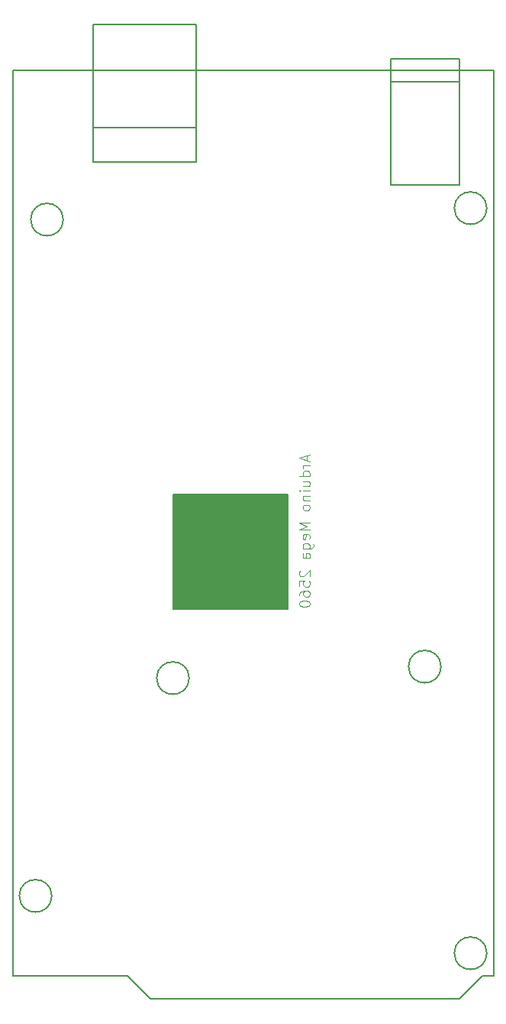
<source format=gbr>
%TF.GenerationSoftware,KiCad,Pcbnew,8.0.5*%
%TF.CreationDate,2024-10-16T12:35:09-06:00*%
%TF.ProjectId,main V4,6d61696e-2056-4342-9e6b-696361645f70,rev?*%
%TF.SameCoordinates,Original*%
%TF.FileFunction,Legend,Bot*%
%TF.FilePolarity,Positive*%
%FSLAX46Y46*%
G04 Gerber Fmt 4.6, Leading zero omitted, Abs format (unit mm)*
G04 Created by KiCad (PCBNEW 8.0.5) date 2024-10-16 12:35:09*
%MOMM*%
%LPD*%
G01*
G04 APERTURE LIST*
%ADD10C,0.101600*%
%ADD11C,0.127000*%
%ADD12C,0.000000*%
G04 APERTURE END LIST*
D10*
X133163425Y-86033536D02*
X133163425Y-86589917D01*
X133497254Y-85922260D02*
X132328854Y-86311726D01*
X132328854Y-86311726D02*
X133497254Y-86701193D01*
X133497254Y-87090660D02*
X132718320Y-87090660D01*
X132940873Y-87090660D02*
X132829596Y-87146298D01*
X132829596Y-87146298D02*
X132773958Y-87201936D01*
X132773958Y-87201936D02*
X132718320Y-87313212D01*
X132718320Y-87313212D02*
X132718320Y-87424489D01*
X133497254Y-88314698D02*
X132328854Y-88314698D01*
X133441616Y-88314698D02*
X133497254Y-88203422D01*
X133497254Y-88203422D02*
X133497254Y-87980869D01*
X133497254Y-87980869D02*
X133441616Y-87869593D01*
X133441616Y-87869593D02*
X133385977Y-87813955D01*
X133385977Y-87813955D02*
X133274701Y-87758317D01*
X133274701Y-87758317D02*
X132940873Y-87758317D01*
X132940873Y-87758317D02*
X132829596Y-87813955D01*
X132829596Y-87813955D02*
X132773958Y-87869593D01*
X132773958Y-87869593D02*
X132718320Y-87980869D01*
X132718320Y-87980869D02*
X132718320Y-88203422D01*
X132718320Y-88203422D02*
X132773958Y-88314698D01*
X132718320Y-89371822D02*
X133497254Y-89371822D01*
X132718320Y-88871079D02*
X133330339Y-88871079D01*
X133330339Y-88871079D02*
X133441616Y-88926717D01*
X133441616Y-88926717D02*
X133497254Y-89037993D01*
X133497254Y-89037993D02*
X133497254Y-89204908D01*
X133497254Y-89204908D02*
X133441616Y-89316184D01*
X133441616Y-89316184D02*
X133385977Y-89371822D01*
X133497254Y-89928203D02*
X132718320Y-89928203D01*
X132328854Y-89928203D02*
X132384492Y-89872565D01*
X132384492Y-89872565D02*
X132440130Y-89928203D01*
X132440130Y-89928203D02*
X132384492Y-89983841D01*
X132384492Y-89983841D02*
X132328854Y-89928203D01*
X132328854Y-89928203D02*
X132440130Y-89928203D01*
X132718320Y-90484584D02*
X133497254Y-90484584D01*
X132829596Y-90484584D02*
X132773958Y-90540222D01*
X132773958Y-90540222D02*
X132718320Y-90651498D01*
X132718320Y-90651498D02*
X132718320Y-90818413D01*
X132718320Y-90818413D02*
X132773958Y-90929689D01*
X132773958Y-90929689D02*
X132885235Y-90985327D01*
X132885235Y-90985327D02*
X133497254Y-90985327D01*
X133497254Y-91708622D02*
X133441616Y-91597346D01*
X133441616Y-91597346D02*
X133385977Y-91541708D01*
X133385977Y-91541708D02*
X133274701Y-91486070D01*
X133274701Y-91486070D02*
X132940873Y-91486070D01*
X132940873Y-91486070D02*
X132829596Y-91541708D01*
X132829596Y-91541708D02*
X132773958Y-91597346D01*
X132773958Y-91597346D02*
X132718320Y-91708622D01*
X132718320Y-91708622D02*
X132718320Y-91875537D01*
X132718320Y-91875537D02*
X132773958Y-91986813D01*
X132773958Y-91986813D02*
X132829596Y-92042451D01*
X132829596Y-92042451D02*
X132940873Y-92098089D01*
X132940873Y-92098089D02*
X133274701Y-92098089D01*
X133274701Y-92098089D02*
X133385977Y-92042451D01*
X133385977Y-92042451D02*
X133441616Y-91986813D01*
X133441616Y-91986813D02*
X133497254Y-91875537D01*
X133497254Y-91875537D02*
X133497254Y-91708622D01*
X133497254Y-93489042D02*
X132328854Y-93489042D01*
X132328854Y-93489042D02*
X133163425Y-93878509D01*
X133163425Y-93878509D02*
X132328854Y-94267975D01*
X132328854Y-94267975D02*
X133497254Y-94267975D01*
X133441616Y-95269461D02*
X133497254Y-95158185D01*
X133497254Y-95158185D02*
X133497254Y-94935632D01*
X133497254Y-94935632D02*
X133441616Y-94824356D01*
X133441616Y-94824356D02*
X133330339Y-94768718D01*
X133330339Y-94768718D02*
X132885235Y-94768718D01*
X132885235Y-94768718D02*
X132773958Y-94824356D01*
X132773958Y-94824356D02*
X132718320Y-94935632D01*
X132718320Y-94935632D02*
X132718320Y-95158185D01*
X132718320Y-95158185D02*
X132773958Y-95269461D01*
X132773958Y-95269461D02*
X132885235Y-95325099D01*
X132885235Y-95325099D02*
X132996511Y-95325099D01*
X132996511Y-95325099D02*
X133107787Y-94768718D01*
X132718320Y-96326585D02*
X133664168Y-96326585D01*
X133664168Y-96326585D02*
X133775444Y-96270947D01*
X133775444Y-96270947D02*
X133831082Y-96215309D01*
X133831082Y-96215309D02*
X133886720Y-96104032D01*
X133886720Y-96104032D02*
X133886720Y-95937118D01*
X133886720Y-95937118D02*
X133831082Y-95825842D01*
X133441616Y-96326585D02*
X133497254Y-96215309D01*
X133497254Y-96215309D02*
X133497254Y-95992756D01*
X133497254Y-95992756D02*
X133441616Y-95881480D01*
X133441616Y-95881480D02*
X133385977Y-95825842D01*
X133385977Y-95825842D02*
X133274701Y-95770204D01*
X133274701Y-95770204D02*
X132940873Y-95770204D01*
X132940873Y-95770204D02*
X132829596Y-95825842D01*
X132829596Y-95825842D02*
X132773958Y-95881480D01*
X132773958Y-95881480D02*
X132718320Y-95992756D01*
X132718320Y-95992756D02*
X132718320Y-96215309D01*
X132718320Y-96215309D02*
X132773958Y-96326585D01*
X133497254Y-97383709D02*
X132885235Y-97383709D01*
X132885235Y-97383709D02*
X132773958Y-97328071D01*
X132773958Y-97328071D02*
X132718320Y-97216795D01*
X132718320Y-97216795D02*
X132718320Y-96994242D01*
X132718320Y-96994242D02*
X132773958Y-96882966D01*
X133441616Y-97383709D02*
X133497254Y-97272433D01*
X133497254Y-97272433D02*
X133497254Y-96994242D01*
X133497254Y-96994242D02*
X133441616Y-96882966D01*
X133441616Y-96882966D02*
X133330339Y-96827328D01*
X133330339Y-96827328D02*
X133219063Y-96827328D01*
X133219063Y-96827328D02*
X133107787Y-96882966D01*
X133107787Y-96882966D02*
X133052149Y-96994242D01*
X133052149Y-96994242D02*
X133052149Y-97272433D01*
X133052149Y-97272433D02*
X132996511Y-97383709D01*
X132440130Y-98774662D02*
X132384492Y-98830300D01*
X132384492Y-98830300D02*
X132328854Y-98941576D01*
X132328854Y-98941576D02*
X132328854Y-99219767D01*
X132328854Y-99219767D02*
X132384492Y-99331043D01*
X132384492Y-99331043D02*
X132440130Y-99386681D01*
X132440130Y-99386681D02*
X132551406Y-99442319D01*
X132551406Y-99442319D02*
X132662682Y-99442319D01*
X132662682Y-99442319D02*
X132829596Y-99386681D01*
X132829596Y-99386681D02*
X133497254Y-98719024D01*
X133497254Y-98719024D02*
X133497254Y-99442319D01*
X132328854Y-100499443D02*
X132328854Y-99943062D01*
X132328854Y-99943062D02*
X132885235Y-99887424D01*
X132885235Y-99887424D02*
X132829596Y-99943062D01*
X132829596Y-99943062D02*
X132773958Y-100054338D01*
X132773958Y-100054338D02*
X132773958Y-100332529D01*
X132773958Y-100332529D02*
X132829596Y-100443805D01*
X132829596Y-100443805D02*
X132885235Y-100499443D01*
X132885235Y-100499443D02*
X132996511Y-100555081D01*
X132996511Y-100555081D02*
X133274701Y-100555081D01*
X133274701Y-100555081D02*
X133385977Y-100499443D01*
X133385977Y-100499443D02*
X133441616Y-100443805D01*
X133441616Y-100443805D02*
X133497254Y-100332529D01*
X133497254Y-100332529D02*
X133497254Y-100054338D01*
X133497254Y-100054338D02*
X133441616Y-99943062D01*
X133441616Y-99943062D02*
X133385977Y-99887424D01*
X132328854Y-101556567D02*
X132328854Y-101334014D01*
X132328854Y-101334014D02*
X132384492Y-101222738D01*
X132384492Y-101222738D02*
X132440130Y-101167100D01*
X132440130Y-101167100D02*
X132607044Y-101055824D01*
X132607044Y-101055824D02*
X132829596Y-101000186D01*
X132829596Y-101000186D02*
X133274701Y-101000186D01*
X133274701Y-101000186D02*
X133385977Y-101055824D01*
X133385977Y-101055824D02*
X133441616Y-101111462D01*
X133441616Y-101111462D02*
X133497254Y-101222738D01*
X133497254Y-101222738D02*
X133497254Y-101445291D01*
X133497254Y-101445291D02*
X133441616Y-101556567D01*
X133441616Y-101556567D02*
X133385977Y-101612205D01*
X133385977Y-101612205D02*
X133274701Y-101667843D01*
X133274701Y-101667843D02*
X132996511Y-101667843D01*
X132996511Y-101667843D02*
X132885235Y-101612205D01*
X132885235Y-101612205D02*
X132829596Y-101556567D01*
X132829596Y-101556567D02*
X132773958Y-101445291D01*
X132773958Y-101445291D02*
X132773958Y-101222738D01*
X132773958Y-101222738D02*
X132829596Y-101111462D01*
X132829596Y-101111462D02*
X132885235Y-101055824D01*
X132885235Y-101055824D02*
X132996511Y-101000186D01*
X132328854Y-102391138D02*
X132328854Y-102502415D01*
X132328854Y-102502415D02*
X132384492Y-102613691D01*
X132384492Y-102613691D02*
X132440130Y-102669329D01*
X132440130Y-102669329D02*
X132551406Y-102724967D01*
X132551406Y-102724967D02*
X132773958Y-102780605D01*
X132773958Y-102780605D02*
X133052149Y-102780605D01*
X133052149Y-102780605D02*
X133274701Y-102724967D01*
X133274701Y-102724967D02*
X133385977Y-102669329D01*
X133385977Y-102669329D02*
X133441616Y-102613691D01*
X133441616Y-102613691D02*
X133497254Y-102502415D01*
X133497254Y-102502415D02*
X133497254Y-102391138D01*
X133497254Y-102391138D02*
X133441616Y-102279862D01*
X133441616Y-102279862D02*
X133385977Y-102224224D01*
X133385977Y-102224224D02*
X133274701Y-102168586D01*
X133274701Y-102168586D02*
X133052149Y-102112948D01*
X133052149Y-102112948D02*
X132773958Y-102112948D01*
X132773958Y-102112948D02*
X132551406Y-102168586D01*
X132551406Y-102168586D02*
X132440130Y-102224224D01*
X132440130Y-102224224D02*
X132384492Y-102279862D01*
X132384492Y-102279862D02*
X132328854Y-102391138D01*
D11*
%TO.C,U$1*%
X100528500Y-43380000D02*
X100528500Y-143710000D01*
X100528500Y-43380000D02*
X153868500Y-43380000D01*
X100528500Y-143710000D02*
X113228500Y-143710000D01*
X109418500Y-38300000D02*
X120848500Y-38300000D01*
X109418500Y-49730000D02*
X109418500Y-38300000D01*
X109418500Y-49730000D02*
X120848500Y-49730000D01*
X109418500Y-53540000D02*
X109418500Y-49730000D01*
X113228500Y-143710000D02*
X115768500Y-146250000D01*
X115768500Y-146250000D02*
X150058500Y-146250000D01*
X118308500Y-90370000D02*
X118308500Y-103070000D01*
X118308500Y-103070000D02*
X131008500Y-103070000D01*
X120848500Y-38300000D02*
X120848500Y-49730000D01*
X120848500Y-49730000D02*
X120848500Y-53540000D01*
X120848500Y-53540000D02*
X109418500Y-53540000D01*
X131008500Y-90370000D02*
X118308500Y-90370000D01*
X131008500Y-103070000D02*
X131008500Y-90370000D01*
X142438500Y-42110000D02*
X150058500Y-42110000D01*
X142438500Y-44650000D02*
X142438500Y-42110000D01*
X142438500Y-44650000D02*
X150058500Y-44650000D01*
X142438500Y-56080000D02*
X142438500Y-44650000D01*
X150058500Y-44650000D02*
X150058500Y-42110000D01*
X150058500Y-44650000D02*
X150058500Y-56080000D01*
X150058500Y-56080000D02*
X142438500Y-56080000D01*
X152598500Y-143710000D02*
X150058500Y-146250000D01*
X153868500Y-43380000D02*
X153868500Y-143710000D01*
X153868500Y-143710000D02*
X152598500Y-143710000D01*
X104864550Y-134820000D02*
G75*
G02*
X101272450Y-134820000I-1796050J0D01*
G01*
X101272450Y-134820000D02*
G75*
G02*
X104864550Y-134820000I1796050J0D01*
G01*
X106134550Y-59890000D02*
G75*
G02*
X102542450Y-59890000I-1796050J0D01*
G01*
X102542450Y-59890000D02*
G75*
G02*
X106134550Y-59890000I1796050J0D01*
G01*
X120104550Y-110690000D02*
G75*
G02*
X116512450Y-110690000I-1796050J0D01*
G01*
X116512450Y-110690000D02*
G75*
G02*
X120104550Y-110690000I1796050J0D01*
G01*
X148044550Y-109420000D02*
G75*
G02*
X144452450Y-109420000I-1796050J0D01*
G01*
X144452450Y-109420000D02*
G75*
G02*
X148044550Y-109420000I1796050J0D01*
G01*
X153124550Y-58620000D02*
G75*
G02*
X149532450Y-58620000I-1796050J0D01*
G01*
X149532450Y-58620000D02*
G75*
G02*
X153124550Y-58620000I1796050J0D01*
G01*
X153124550Y-141170000D02*
G75*
G02*
X149532450Y-141170000I-1796050J0D01*
G01*
X149532450Y-141170000D02*
G75*
G02*
X153124550Y-141170000I1796050J0D01*
G01*
D12*
G36*
X131008500Y-103070000D02*
G01*
X118308500Y-103070000D01*
X118308500Y-90370000D01*
X131008500Y-90370000D01*
X131008500Y-103070000D01*
G37*
%TD*%
M02*

</source>
